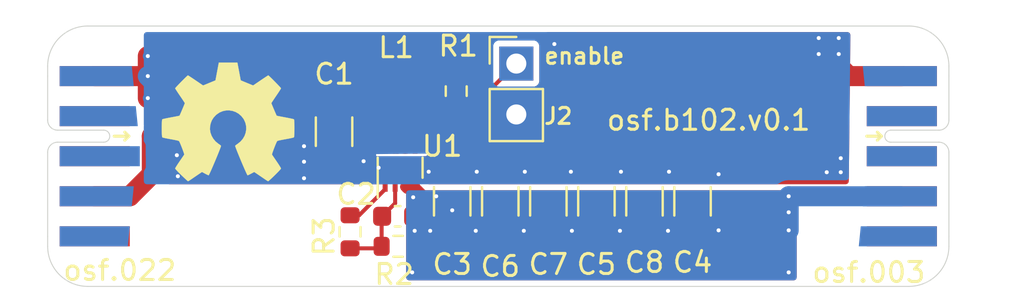
<source format=kicad_pcb>
(kicad_pcb (version 20211014) (generator pcbnew)
  (layers (0 "F.Cu" signal) (31 "B.Cu" signal) (34 "B.Paste" user) (35 "F.Paste" user) (36 "B.SilkS" user "B.Silkscreen") (37 "F.SilkS" user "F.Silkscreen") (38 "B.Mask" user) (39 "F.Mask" user) (44 "Edge.Cuts" user))
  (net 0 "")
  (net 1 "/step up/in")
  (net 2 "GND")
  (net 3 "/step up/3.3V")
  (net 16 "/step up/EN")
  (net 17 "/step up/SW")
  (net 18 "/step up/FB")
  (footprint "Capacitor_SMD:C_1206_3216Metric" (layer "F.Cu") (at 169.8 98.75 90)
    (fp_text reference "C8" (at -3.05 0 180) (layer "F.SilkS"))
    (fp_text value "22uF")
    (fp_line (start -0.711252 0.91) (end 0.711252 0.91) (layer "F.SilkS") (width 0.12))
    (fp_line (start -0.711252 -0.91) (end 0.711252 -0.91) (layer "F.SilkS") (width 0.12))
    (pad "1" smd roundrect (at -1.475 0 90) (size 1.15 1.8) (layers "F.Cu" "F.Paste" "F.Mask") (roundrect_rratio 0.217391) (net 3 "/step up/3.3V"))
    (pad "2" smd roundrect (at 1.475 0 90) (size 1.15 1.8) (layers "F.Cu" "F.Paste" "F.Mask") (roundrect_rratio 0.217391) (net 2 "GND"))
  )
  (footprint "b102:744383360047" (layer "F.Cu") (at 157.4 93.575)
    (fp_text reference "L1" (at 0 -2.5 unlocked) (layer "F.SilkS"))
    (fp_text value "470nH")
    (pad "1" smd roundrect (at -1.1 0) (size 1.3 3.4) (layers "F.Cu" "F.Paste" "F.Mask") (net 1 "/step up/in"))
    (pad "2" smd roundrect (at 1.1 0) (size 1.3 3.4) (layers "F.Cu" "F.Paste" "F.Mask") (net 17 "/step up/SW"))
  )
  (footprint "Capacitor_SMD:C_1206_3216Metric" (layer "F.Cu") (at 154.3 95.275 -90)
    (fp_text reference "C1" (at -2.875 0 180) (layer "F.SilkS"))
    (fp_text value "22uF")
    (fp_line (start -0.711252 0.91) (end 0.711252 0.91) (layer "F.SilkS") (width 0.12))
    (fp_line (start -0.711252 -0.91) (end 0.711252 -0.91) (layer "F.SilkS") (width 0.12))
    (pad "1" smd roundrect (at -1.475 0 270) (size 1.15 1.8) (layers "F.Cu" "F.Paste" "F.Mask") (roundrect_rratio 0.217391) (net 1 "/step up/in"))
    (pad "2" smd roundrect (at 1.475 0 270) (size 1.15 1.8) (layers "F.Cu" "F.Paste" "F.Mask") (roundrect_rratio 0.217391) (net 2 "GND"))
  )
  (footprint "Capacitor_SMD:C_1206_3216Metric" (layer "F.Cu") (at 167.4 98.75 90)
    (fp_text reference "C5" (at -3.15 0 180) (layer "F.SilkS"))
    (fp_text value "22uF")
    (fp_line (start -0.711252 0.91) (end 0.711252 0.91) (layer "F.SilkS") (width 0.12))
    (fp_line (start -0.711252 -0.91) (end 0.711252 -0.91) (layer "F.SilkS") (width 0.12))
    (pad "1" smd roundrect (at -1.475 0 90) (size 1.15 1.8) (layers "F.Cu" "F.Paste" "F.Mask") (roundrect_rratio 0.217391) (net 3 "/step up/3.3V"))
    (pad "2" smd roundrect (at 1.475 0 90) (size 1.15 1.8) (layers "F.Cu" "F.Paste" "F.Mask") (roundrect_rratio 0.217391) (net 2 "GND"))
  )
  (footprint "Symbol:OSHW-Symbol_6.7x6mm_SilkScreen" (layer "F.Cu") (at 149 94.8)
    (fp_text reference "LOGO1" hide)
    (fp_text value "Logo_Open_Hardware_Small" hide)
    (fp_poly (pts (xy 0.555814 -2.531069) (xy 0.639635 -2.086445) (xy 0.94892 -1.958947) (xy 1.258206 -1.831449) (xy 1.629246 -2.083754) (xy 1.733157 -2.154004) (xy 1.827087 -2.216728) (xy 1.906652 -2.269062) (xy 1.96747 -2.308143) (xy 2.005157 -2.331107) (xy 2.015421 -2.336058) (xy 2.03391 -2.323324) (xy 2.07342 -2.288118) (xy 2.129522 -2.234938) (xy 2.197787 -2.168282) (xy 2.273786 -2.092646) (xy 2.353092 -2.012528) (xy 2.431275 -1.932426) (xy 2.503907 -1.856836) (xy 2.566559 -1.790255) (xy 2.614803 -1.737182) (xy 2.64421 -1.702113) (xy 2.651241 -1.690377) (xy 2.641123 -1.66874) (xy 2.612759 -1.621338) (xy 2.569129 -1.552807) (xy 2.513218 -1.467785) (xy 2.448006 -1.370907) (xy 2.410219 -1.31565) (xy 2.341343 -1.214752) (xy 2.28014 -1.123701) (xy 2.229578 -1.04703) (xy 2.192628 -0.989272) (xy 2.172258 -0.954957) (xy 2.169197 -0.947746) (xy 2.176136 -0.927252) (xy 2.195051 -0.879487) (xy 2.223087 -0.811168) (xy 2.257391 -0.729011) (xy 2.295109 -0.63973) (xy 2.333387 -0.550042) (xy 2.36937 -0.466662) (xy 2.400206 -0.396306) (xy 2.423039 -0.34569) (xy 2.435017 -0.321529) (xy 2.435724 -0.320578) (xy 2.454531 -0.315964) (xy 2.504618 -0.305672) (xy 2.580793 -0.290713) (xy 2.677865 -0.272099) (xy 2.790643 -0.250841) (xy 2.856442 -0.238582) (xy 2.97695 -0.215638) (xy 3.085797 -0.193805) (xy 3.177476 -0.174278) (xy 3.246481 -0.158252) (xy 3.287304 -0.146921) (xy 3.295511 -0.143326) (xy 3.303548 -0.118994) (xy 3.310033 -0.064041) (xy 3.31497 0.015108) (xy 3.318364 0.112026) (xy 3.320218 0.220287) (xy 3.320538 0.333465) (xy 3.319327 0.445135) (xy 3.31659 0.548868) (xy 3.312331 0.638241) (xy 3.306555 0.706826) (xy 3.299267 0.748197) (xy 3.294895 0.75681) (xy 3.268764 0.767133) (xy 3.213393 0.781892) (xy 3.136107 0.799352) (xy 3.04423 0.81778) (xy 3.012158 0.823741) (xy 2.857524 0.852066) (xy 2.735375 0.874876) (xy 2.641673 0.89308) (xy 2.572384 0.907583) (xy 2.523471 0.919292) (xy 2.490897 0.929115) (xy 2.470628 0.937956) (xy 2.458626 0.946724) (xy 2.456947 0.948457) (xy 2.440184 0.976371) (xy 2.414614 1.030695) (xy 2.382788 1.104777) (xy 2.34726 1.191965) (xy 2.310583 1.285608) (xy 2.275311 1.379052) (xy 2.243996 1.465647) (xy 2.219193 1.53874) (xy 2.203454 1.591678) (xy 2.199332 1.617811) (xy 2.199676 1.618726) (xy 2.213641 1.640086) (xy 2.245322 1.687084) (xy 2.291391 1.754827) (xy 2.348518 1.838423) (xy 2.413373 1.932982) (xy 2.431843 1.959854) (xy 2.497699 2.057275) (xy 2.55565 2.146163) (xy 2.602538 2.221412) (xy 2.635207 2.27792) (xy 2.6505 2.310581) (xy 2.651241 2.314593) (xy 2.638392 2.335684) (xy 2.602888 2.377464) (xy 2.549293 2.435445) (xy 2.482171 2.505135) (xy 2.406087 2.582045) (xy 2.325604 2.661683) (xy 2.245287 2.739561) (xy 2.169699 2.811186) (xy 2.103405 2.87207) (xy 2.050969 2.917721) (xy 2.016955 2.94365) (xy 2.007545 2.947883) (xy 1.985643 2.937912) (xy 1.9408 2.91102) (xy 1.880321 2.871736) (xy 1.833789 2.840117) (xy 1.749475 2.782098) (xy 1.649626 2.713784) (xy 1.549473 2.645579) (xy 1.495627 2.609075) (xy 1.313371 2.4858) (xy 1.160381 2.56852) (xy 1.090682 2.604759) (xy 1.031414 2.632926) (xy 0.991311 2.648991) (xy 0.981103 2.651226) (xy 0.968829 2.634722) (xy 0.944613 2.588082) (xy 0.910263 2.515609) (xy 0.867588 2.421606) (xy 0.818394 2.310374) (xy 0.76449 2.186215) (xy 0.707684 2.053432) (xy 0.649782 1.916327) (xy 0.592593 1.779202) (xy 0.537924 1.646358) (xy 0.487584 1.522098) (xy 0.44338 1.410725) (xy 0.407119 1.316539) (xy 0.380609 1.243844) (xy 0.365658 1.196941) (xy 0.363254 1.180833) (xy 0.382311 1.160286) (xy 0.424036 1.126933) (xy 0.479706 1.087702) (xy 0.484378 1.084599) (xy 0.628264 0.969423) (xy 0.744283 0.835053) (xy 0.83143 0.685784) (xy 0.888699 0.525913) (xy 0.915086 0.359737) (xy 0.909585 0.191552) (xy 0.87119 0.025655) (xy 0.798895 -0.133658) (xy 0.777626 -0.168513) (xy 0.666996 -0.309263) (xy 0.536302 -0.422286) (xy 0.390064 -0.506997) (xy 0.232808 -0.562806) (xy 0.069057 -0.589126) (xy -0.096667 -0.58537) (xy -0.259838 -0.55095) (xy -0.415935 -0.485277) (xy -0.560433 -0.387765) (xy -0.605131 -0.348187) (xy -0.718888 -0.224297) (xy -0.801782 -0.093876) (xy -0.858644 0.052315) (xy -0.890313 0.197088) (xy -0.898131 0.35986) (xy -0.872062 0.52344) (xy -0.814755 0.682298) (xy -0.728856 0.830906) (xy -0.617014 0.963735) (xy -0.481877 1.075256) (xy -0.464117 1.087011) (xy -0.40785 1.125508) (xy -0.365077 1.158863) (xy -0.344628 1.18016) (xy -0.344331 1.180833) (xy -0.348721 1.203871) (xy -0.366124 1.256157) (xy -0.394732 1.33339) (xy -0.432735 1.431268) (xy -0.478326 1.545491) (xy -0.529697 1.671758) (xy -0.585038 1.805767) (xy -0.642542 1.943218) (xy -0.700399 2.079808) (xy -0.756802 2.211237) (xy -0.809942 2.333205) (xy -0.85801 2.441409) (xy -0.899199 2.531549) (xy -0.931699 2.599323) (xy -0.953703 2.64043) (xy -0.962564 2.651226) (xy -0.98964 2.642819) (xy -1.040303 2.620272) (xy -1.105817 2.587613) (xy -1.141841 2.56852) (xy -1.294832 2.4858) (xy -1.477088 2.609075) (xy -1.570125 2.672228) (xy -1.671985 2.741727) (xy -1.767438 2.807165) (xy -1.81525 2.840117) (xy -1.882495 2.885273) (xy -1.939436 2.921057) (xy -1.978646 2.942938) (xy -1.991381 2.947563) (xy -2.009917 2.935085) (xy -2.050941 2.900252) (xy -2.110475 2.846678) (xy -2.184542 2.777983) (xy -2.269165 2.697781) (xy -2.322685 2.646286) (xy -2.416319 2.554286) (xy -2.497241 2.471999) (xy -2.562177 2.402945) (xy -2.607858 2.350644) (xy -2.631011 2.318616) (xy -2.633232 2.312116) (xy -2.622924 2.287394) (xy -2.594439 2.237405) (xy -2.550937 2.167212) (xy -2.495577 2.081875) (xy -2.43152 1.986456) (xy -2.413303 1.959854) (xy -2.346927 1.863167) (xy -2.287378 1.776117) (xy -2.237984 1.703595) (xy -2.202075 1.650493) (xy -2.182981 1.621703) (xy -2.181136 1.618726) (xy -2.183895 1.595782) (xy -2.198538 1.545336) (xy -2.222513 1.474041) (xy -2.253266 1.388547) (xy -2.288244 1.295507) (xy -2.324893 1.201574) (xy -2.360661 1.113399) (xy -2.392994 1.037634) (xy -2.419338 0.980931) (xy -2.437142 0.949943) (xy -2.438407 0.948457) (xy -2.449294 0.939601) (xy -2.467682 0.930843) (xy -2.497606 0.921277) (xy -2.543103 0.909996) (xy -2.608209 0.896093) (xy -2.696961 0.878663) (xy -2.813393 0.856798) (xy -2.961542 0.829591) (xy -2.993618 0.823741) (xy -3.088686 0.805374) (xy -3.171565 0.787405) (xy -3.23493 0.771569) (xy -3.271458 0.7596) (xy -3.276356 0.75681) (xy -3.284427 0.732072) (xy -3.290987 0.67679) (xy -3.296033 0.597389) (xy -3.299559 0.500296) (xy -3.301561 0.391938) (xy -3.302036 0.27874) (xy -3.300977 0.167128) (xy -3.298382 0.063529) (xy -3.294246 -0.025632) (xy -3.288563 -0.093928) (xy -3.281331 -0.134934) (xy -3.276971 -0.143326) (xy -3.252698 -0.151792) (xy -3.197426 -0.165565) (xy -3.116662 -0.18345) (xy -3.015912 -0.204252) (xy -2.900683 -0.226777) (xy -2.837902 -0.238582) (xy -2.718787 -0.260849) (xy -2.612565 -0.281021) (xy -2.524427 -0.298085) (xy -2.459566 -0.311031) (xy -2.423174 -0.318845) (xy -2.417184 -0.320578) (xy -2.407061 -0.34011) (xy -2.385662 -0.387157) (xy -2.355839 -0.454997) (xy -2.320445 -0.536909) (xy -2.282332 -0.626172) (xy -2.244353 -0.716065) (xy -2.20936 -0.799865) (xy -2.180206 -0.870853) (xy -2.159743 -0.922306) (xy -2.150823 -0.947503) (xy -2.150657 -0.948604) (xy -2.160769 -0.968481) (xy -2.189117 -1.014223) (xy -2.232723 -1.081283) (xy -2.288606 -1.165116) (xy -2.353787 -1.261174) (xy -2.391679 -1.31635) (xy -2.460725 -1.417519) (xy -2.52205 -1.50937) (xy -2.572663 -1.587256) (xy -2.609571 -1.646531) (xy -2.629782 -1.682549) (xy -2.632701 -1.690623) (xy -2.620153 -1.709416) (xy -2.585463 -1.749543) (xy -2.533063 -1.806507) (xy -2.467384 -1.875815) (xy -2.392856 -1.952969) (xy -2.313913 -2.033475) (xy -2.234983 -2.112837) (xy -2.1605 -2.18656) (xy -2.094894 -2.250148) (xy -2.042596 -2.299106) (xy -2.008039 -2.328939) (xy -1.996478 -2.336058) (xy -1.977654 -2.326047) (xy -1.932631 -2.297922) (xy -1.865787 -2.254546) (xy -1.781499 -2.198782) (xy -1.684144 -2.133494) (xy -1.610707 -2.083754) (xy -1.239667 -1.831449) (xy -0.621095 -2.086445) (xy -0.537275 -2.531069) (xy -0.453454 -2.975693) (xy 0.471994 -2.975693) (xy 0.555814 -2.531069)) (layer "F.SilkS") (width 0.01) (fill solid))
  )
  (footprint "Capacitor_SMD:C_0603_1608Metric" (layer "F.Cu") (at 157.475 99.5 180)
    (fp_text reference "C2" (at 2.075 1.1) (layer "F.SilkS"))
    (fp_text value "10pF")
    (fp_line (start -0.14058 0.51) (end 0.14058 0.51) (layer "F.SilkS") (width 0.12))
    (fp_line (start -0.14058 -0.51) (end 0.14058 -0.51) (layer "F.SilkS") (width 0.12))
    (pad "1" smd roundrect (at -0.775 0 180) (size 0.9 0.95) (layers "F.Cu" "F.Paste" "F.Mask") (net 3 "/step up/3.3V"))
    (pad "2" smd roundrect (at 0.775 0 180) (size 0.9 0.95) (layers "F.Cu" "F.Paste" "F.Mask") (net 18 "/step up/FB"))
  )
  (footprint "Connector_PinHeader_2.54mm:PinHeader_1x02_P2.54mm_Vertical" (layer "F.Cu") (at 163.4 91.875)
    (fp_text reference "J2" (at 2.1 2.625) (layer "F.SilkS") (effects (font (size 0.8 0.8))))
    (fp_text value "Conn_01x02_Male")
    (fp_line (start -1.33 3.87) (end 1.33 3.87) (layer "F.SilkS") (width 0.12))
    (fp_line (start -1.33 1.27) (end 1.33 1.27) (layer "F.SilkS") (width 0.12))
    (fp_line (start -1.33 1.27) (end -1.33 3.87) (layer "F.SilkS") (width 0.12))
    (fp_line (start 1.33 1.27) (end 1.33 3.87) (layer "F.SilkS") (width 0.12))
    (fp_line (start -1.33 0) (end -1.33 -1.33) (layer "F.SilkS") (width 0.12))
    (fp_line (start -1.33 -1.33) (end 0 -1.33) (layer "F.SilkS") (width 0.12))
    (pad "1" thru_hole rect (at 0 0) (size 1.7 1.7) (drill 1) (layers *.Cu *.Mask) (net 16 "/step up/EN"))
    (pad "2" thru_hole oval (at 0 2.54) (size 1.7 1.7) (drill 1) (layers *.Cu *.Mask) (net 2 "GND"))
  )
  (footprint "Capacitor_SMD:C_1206_3216Metric" (layer "F.Cu") (at 172.2 98.75 90)
    (fp_text reference "C4" (at -3.05 0 180) (layer "F.SilkS"))
    (fp_text value "22uF")
    (fp_line (start -0.711252 -0.91) (end 0.711252 -0.91) (layer "F.SilkS") (width 0.12))
    (fp_line (start -0.711252 0.91) (end 0.711252 0.91) (layer "F.SilkS") (width 0.12))
    (pad "1" smd roundrect (at -1.475 0 90) (size 1.15 1.8) (layers "F.Cu" "F.Paste" "F.Mask") (roundrect_rratio 0.217391) (net 3 "/step up/3.3V"))
    (pad "2" smd roundrect (at 1.475 0 90) (size 1.15 1.8) (layers "F.Cu" "F.Paste" "F.Mask") (roundrect_rratio 0.217391) (net 2 "GND"))
  )
  (footprint "Capacitor_SMD:C_1206_3216Metric" (layer "F.Cu") (at 162.6 98.75 90)
    (fp_text reference "C6" (at -3.25 0) (layer "F.SilkS"))
    (fp_text value "22uF")
    (fp_line (start -0.711252 0.91) (end 0.711252 0.91) (layer "F.SilkS") (width 0.12))
    (fp_line (start -0.711252 -0.91) (end 0.711252 -0.91) (layer "F.SilkS") (width 0.12))
    (pad "1" smd roundrect (at -1.475 0 90) (size 1.15 1.8) (layers "F.Cu" "F.Paste" "F.Mask") (roundrect_rratio 0.217391) (net 3 "/step up/3.3V"))
    (pad "2" smd roundrect (at 1.475 0 90) (size 1.15 1.8) (layers "F.Cu" "F.Paste" "F.Mask") (roundrect_rratio 0.217391) (net 2 "GND"))
  )
  (footprint "Resistor_SMD:R_0603_1608Metric" (layer "F.Cu") (at 155.1 100.275 90)
    (fp_text reference "R3" (at -0.225 -1.3 90) (layer "F.SilkS"))
    (fp_text value "100k")
    (fp_line (start -0.237258 0.5225) (end 0.237258 0.5225) (layer "F.SilkS") (width 0.12))
    (fp_line (start -0.237258 -0.5225) (end 0.237258 -0.5225) (layer "F.SilkS") (width 0.12))
    (pad "1" smd roundrect (at -0.825 0 90) (size 0.8 0.95) (layers "F.Cu" "F.Paste" "F.Mask") (net 18 "/step up/FB"))
    (pad "2" smd roundrect (at 0.825 0 90) (size 0.8 0.95) (layers "F.Cu" "F.Paste" "F.Mask") (net 2 "GND"))
  )
  (footprint "Resistor_SMD:R_0603_1608Metric" (layer "F.Cu") (at 157.5 101 180)
    (fp_text reference "R2" (at 0.2 -1.4) (layer "F.SilkS"))
    (fp_text value "316k")
    (fp_line (start -0.237258 -0.5225) (end 0.237258 -0.5225) (layer "F.SilkS") (width 0.12))
    (fp_line (start -0.237258 0.5225) (end 0.237258 0.5225) (layer "F.SilkS") (width 0.12))
    (pad "1" smd roundrect (at -0.825 0 180) (size 0.8 0.95) (layers "F.Cu" "F.Paste" "F.Mask") (net 3 "/step up/3.3V"))
    (pad "2" smd roundrect (at 0.825 0 180) (size 0.8 0.95) (layers "F.Cu" "F.Paste" "F.Mask") (net 18 "/step up/FB"))
  )
  (footprint "Capacitor_SMD:C_1206_3216Metric" (layer "F.Cu") (at 160.2 98.75 90)
    (fp_text reference "C3" (at -3.15 0 180) (layer "F.SilkS"))
    (fp_text value "22uF")
    (fp_line (start -0.711252 0.91) (end 0.711252 0.91) (layer "F.SilkS") (width 0.12))
    (fp_line (start -0.711252 -0.91) (end 0.711252 -0.91) (layer "F.SilkS") (width 0.12))
    (pad "1" smd roundrect (at -1.475 0 90) (size 1.15 1.8) (layers "F.Cu" "F.Paste" "F.Mask") (roundrect_rratio 0.217391) (net 3 "/step up/3.3V"))
    (pad "2" smd roundrect (at 1.475 0 90) (size 1.15 1.8) (layers "F.Cu" "F.Paste" "F.Mask") (roundrect_rratio 0.217391) (net 2 "GND"))
  )
  (footprint "on_edge:on_edge_2x05_host" (layer "F.Cu") (at 185 96.5 -90)
    (fp_text reference "J3")
    (fp_text value "003_power")
    (fp_line (start -0.8 3.573) (end -1 3.373) (layer "F.SilkS") (width 0.153))
    (fp_line (start -1 4.1) (end -1 3.373) (layer "F.SilkS") (width 0.153))
    (fp_line (start -1 3.373) (end -1.2 3.573) (layer "F.SilkS") (width 0.153))
    (fp_line (start -1.3 0.5) (end -1.3 2.9) (layer "Edge.Cuts") (width 0.05))
    (fp_line (start -4 0) (end -1.8 0) (layer "Edge.Cuts") (width 0.05))
    (fp_line (start -0.2 0) (end 4 0) (layer "Edge.Cuts") (width 0.05))
    (fp_line (start -0.7 2.9) (end -0.7 0.5) (layer "Edge.Cuts") (width 0.05))
    (fp_arc (start -0.7 2.9) (mid -1 3.2) (end -1.3 2.9) (layer "Edge.Cuts") (width 0.05))
    (fp_arc (start -1.8 0) (mid -1.446447 0.146447) (end -1.3 0.5) (layer "Edge.Cuts") (width 0.05))
    (fp_arc (start -0.7 0.5) (mid -0.553553 0.146447) (end -0.2 0) (layer "Edge.Cuts") (width 0.05))
    (pad "1" smd rect (at -4 2.35 270) (size 1 3.5) (layers "F.Cu" "F.Mask") (net 2 "GND"))
    (pad "2" smd rect (at -2 2.35 270) (size 1 3.5) (layers "F.Cu" "F.Mask"))
    (pad "3" smd rect (at 0 2.35 270) (size 1 3.5) (layers "F.Cu" "F.Mask"))
    (pad "4" smd rect (at 2 2.35 270) (size 1 3.5) (layers "F.Cu" "F.Mask"))
    (pad "5" smd rect (at 4 2.35 270) (size 1 3.5) (layers "F.Cu" "F.Mask"))
    (pad "6" smd custom (at -4 2.4 90) (size 1 3.6) (layers "B.Cu" "B.Mask") (options (clearance outline) (anchor rect)) (primitives (gr_poly (pts (xy 0.5 -1.8) (xy -0.5 -1.8) (xy 0.5 -1.9)) (width 0) (fill yes))))
    (pad "7" smd rect (at -2 2.35 90) (size 1 3.5) (layers "B.Cu" "B.Mask"))
    (pad "8" smd rect (at 0 2.35 90) (size 1 3.5) (layers "B.Cu" "B.Mask"))
    (pad "9" smd custom (at 2 2.4 90) (size 1 3.6) (layers "B.Cu" "B.Mask") (net 3 "/step up/3.3V") (options (clearance outline) (anchor rect)) (primitives (gr_poly (pts (xy 0.5 -1.8) (xy -0.5 -1.8) (xy -0.5 -1.9)) (width 0) (fill yes))))
    (pad "10" smd custom (at 4 2.5 90) (size 1 3.8) (layers "B.Cu" "B.Mask") (options (clearance outline) (anchor rect)) (primitives (gr_poly (pts (xy 0.5 -1.9) (xy -0.5 -1.9) (xy -0.5 -2)) (width 0) (fill yes))))
    (zone (net 0) (net_name "") (layers F&B.Cu) (connect_pads (clearance 0)) (min_thickness 0.254)
      (keepout (tracks allowed) (vias not_allowed) (pads allowed) (copperpour not_allowed) (footprints not_allowed))
      (fill (thermal_gap 0.508) (thermal_bridge_width 0.508))
      (polygon (pts (xy 181 101.5) (xy 181 91.5) (xy 185 91.5) (xy 185 101.5)))
    )
  )
  (footprint "Resistor_SMD:R_0603_1608Metric" (layer "F.Cu") (at 160.4 93.25 -90)
    (fp_text reference "R1" (at -2.25 -0.1 180) (layer "F.SilkS"))
    (fp_text value "10k")
    (fp_line (start -0.237258 -0.5225) (end 0.237258 -0.5225) (layer "F.SilkS") (width 0.12))
    (fp_line (start -0.237258 0.5225) (end 0.237258 0.5225) (layer "F.SilkS") (width 0.12))
    (pad "1" smd roundrect (at -0.825 0 270) (size 0.8 0.95) (layers "F.Cu" "F.Paste" "F.Mask") (net 1 "/step up/in"))
    (pad "2" smd roundrect (at 0.825 0 270) (size 0.8 0.95) (layers "F.Cu" "F.Paste" "F.Mask") (net 16 "/step up/EN"))
  )
  (footprint "Capacitor_SMD:C_1206_3216Metric" (layer "F.Cu") (at 165 98.75 90)
    (fp_text reference "C7" (at -3.15 0 180) (layer "F.SilkS"))
    (fp_text value "22uF")
    (fp_line (start -0.711252 -0.91) (end 0.711252 -0.91) (layer "F.SilkS") (width 0.12))
    (fp_line (start -0.711252 0.91) (end 0.711252 0.91) (layer "F.SilkS") (width 0.12))
    (pad "1" smd roundrect (at -1.475 0 90) (size 1.15 1.8) (layers "F.Cu" "F.Paste" "F.Mask") (roundrect_rratio 0.217391) (net 3 "/step up/3.3V"))
    (pad "2" smd roundrect (at 1.475 0 90) (size 1.15 1.8) (layers "F.Cu" "F.Paste" "F.Mask") (roundrect_rratio 0.217391) (net 2 "GND"))
  )
  (footprint "Package_SON:WSON-8-1EP_2x2mm_P0.5mm_EP0.9x1.6mm" (layer "F.Cu") (at 157.6 97.075 90)
    (fp_text reference "U1" (at 1.075 2.1 180) (layer "F.SilkS"))
    (fp_text value "TLV61220")
    (fp_line (start -1.5 -1.12) (end 0.5 -1.12) (layer "F.SilkS") (width 0.12))
    (fp_line (start 0.5 1.12) (end -0.5 1.12) (layer "F.SilkS") (width 0.12))
    (pad "1" smd rect (at -0.95 -0.75 90) (size 0.5 0.25) (layers "F.Cu" "F.Paste" "F.Mask") (net 2 "GND"))
    (pad "2" smd rect (at -0.95 -0.25 90) (size 0.5 0.25) (layers "F.Cu" "F.Paste" "F.Mask") (net 18 "/step up/FB"))
    (pad "3" smd rect (at -0.95 0.25 90) (size 0.5 0.25) (layers "F.Cu" "F.Paste" "F.Mask") (net 3 "/step up/3.3V"))
    (pad "4" smd rect (at -0.95 0.75 90) (size 0.5 0.25) (layers "F.Cu" "F.Paste" "F.Mask") (net 3 "/step up/3.3V"))
    (pad "5" smd rect (at 0.95 0.75 90) (size 0.5 0.25) (layers "F.Cu" "F.Paste" "F.Mask") (net 16 "/step up/EN"))
    (pad "6" smd rect (at 0.95 0.25 90) (size 0.5 0.25) (layers "F.Cu" "F.Paste" "F.Mask") (net 17 "/step up/SW"))
    (pad "7" smd rect (at 0.95 -0.25 90) (size 0.5 0.25) (layers "F.Cu" "F.Paste" "F.Mask") (net 17 "/step up/SW"))
    (pad "8" smd rect (at 0.95 -0.75 90) (size 0.5 0.25) (layers "F.Cu" "F.Paste" "F.Mask") (net 1 "/step up/in"))
    (pad "9" smd rect (at 0 0 90) (size 0.9 1.6) (layers "F.Cu" "F.Mask") (net 2 "GND"))
  )
  (footprint "on_edge:on_edge_2x05_device" (layer "F.Cu") (at 140 96.5 -90)
    (fp_text reference "J1")
    (fp_text value "022_battery_cells")
    (fp_line (start -1 -4.05) (end -1 -3.323) (layer "F.SilkS") (width 0.153))
    (fp_line (start -1.2 -3.85) (end -1 -4.05) (layer "F.SilkS") (width 0.153))
    (fp_line (start -1 -4.05) (end -0.8 -3.85) (layer "F.SilkS") (width 0.153))
    (fp_line (start -0.7 -0.5) (end -0.7 -2.8) (layer "Edge.Cuts") (width 0.05))
    (fp_line (start -1.3 -2.8) (end -1.3 -0.5) (layer "Edge.Cuts") (width 0.05))
    (fp_line (start -4 0) (end -1.8 0) (layer "Edge.Cuts") (width 0.05))
    (fp_line (start -0.2 0) (end 4 0) (layer "Edge.Cuts") (width 0.05))
    (fp_arc (start -1.3 -2.8) (mid -1 -3.1) (end -0.7 -2.8) (layer "Edge.Cuts") (width 0.05))
    (fp_arc (start -1.3 -0.5) (mid -1.446447 -0.146447) (end -1.8 0) (layer "Edge.Cuts") (width 0.05))
    (fp_arc (start -0.2 0) (mid -0.553553 -0.146447) (end -0.7 -0.5) (layer "Edge.Cuts") (width 0.05))
    (pad "1" smd rect (at -4 -2.35 90) (size 1 3.5) (layers "F.Cu" "F.Mask") (net 2 "GND"))
    (pad "2" smd rect (at -2 -2.35 270) (size 1 3.5) (layers "F.Cu" "F.Mask"))
    (pad "3" smd rect (at 0 -2.35 270) (size 1 3.5) (layers "F.Cu" "F.Mask"))
    (pad "4" smd rect (at 2 -2.35 90) (size 1 3.5) (layers "F.Cu" "F.Mask") (net 1 "/step up/in"))
    (pad "5" smd rect (at 4 -2.35 90) (size 1 3.5) (layers "F.Cu" "F.Mask"))
    (pad "6" smd custom (at -4 -2.4 270) (size 1 3.6) (layers "B.Cu" "B.Mask") (options (clearance outline) (anchor rect)) (primitives (gr_poly (pts (xy 0.5 -1.8) (xy 0.5 -1.9) (xy -0.5 -1.8)) (width 0) (fill yes))))
    (pad "7" smd custom (at -2 -2.1 270) (size 1 3) (layers "B.Cu" "B.Mask") (options (clearance outline) (anchor rect)) (primitives (gr_poly (pts (xy 0.3 -0.51) (xy 0.31 -0.62) (xy 0.33 -0.7) (xy 0.35 -0.76) (xy 0.37 -0.81) (xy 0.4 -0.86) (xy 0.44 -0.92) (xy 0.48 -0.97) (xy 0.5 -0.99) (xy 0.5 -2.4) (xy -0.5 -2.3) (xy -0.5 1.5) (xy 0.3 1.5)) (width 0) (fill yes))))
    (pad "8" smd rect (at 0 -2.6 270) (size 1 4) (layers "B.Cu" "B.Mask"))
    (pad "9" smd custom (at 2 -2.4 270) (size 1 3.6) (layers "B.Cu" "B.Mask") (options (clearance outline) (anchor rect)) (primitives (gr_poly (pts (xy -0.5 -1.8) (xy -0.5 -1.9) (xy 0.5 -1.8)) (width 0) (fill yes))))
    (pad "10" smd custom (at 4 -2.3 270) (size 1 3.4) (layers "B.Cu" "B.Mask") (options (clearance outline) (anchor rect)) (primitives (gr_poly (pts (xy -0.5 -1.7) (xy -0.5 -1.8) (xy 0.5 -1.7)) (width 0) (fill yes))))
    (zone (net 0) (net_name "") (layers F&B.Cu) (connect_pads (clearance 0)) (min_thickness 0.254)
      (keepout (tracks allowed) (vias not_allowed) (pads allowed) (copperpour not_allowed) (footprints not_allowed))
      (fill (thermal_gap 0.508) (thermal_bridge_width 0.508))
      (polygon (pts (xy 140 101.5) (xy 140 91.5) (xy 144 91.5) (xy 144 101.5)))
    )
  )
  (gr_line (start 185 92.5) (end 185 92) (layer "Edge.Cuts") (width 0.05))
  (gr_line (start 142 90) (end 183 90) (layer "Edge.Cuts") (width 0.05))
  (gr_arc (start 185 101) (mid 184.414214 102.414214) (end 183 103) (layer "Edge.Cuts") (width 0.05))
  (gr_line (start 183 103) (end 142 103) (layer "Edge.Cuts") (width 0.05))
  (gr_arc (start 183 90) (mid 184.414214 90.585786) (end 185 92) (layer "Edge.Cuts") (width 0.05))
  (gr_arc (start 142 103) (mid 140.585786 102.414214) (end 140 101) (layer "Edge.Cuts") (width 0.05))
  (gr_arc (start 140 92) (mid 140.585786 90.585786) (end 142 90) (layer "Edge.Cuts") (width 0.05))
  (gr_line (start 185 101) (end 185 100.5) (layer "Edge.Cuts") (width 0.05))
  (gr_line (start 140 92.5) (end 140 92) (layer "Edge.Cuts") (width 0.05))
  (gr_line (start 140 101) (end 140 100.5) (layer "Edge.Cuts") (width 0.05))
  (gr_text "osf.003" (at 181 102.3) (layer "F.SilkS") (effects (font (size 1 1))))
  (gr_text "enable" (at 166.8 91.5) (layer "F.SilkS") (effects (font (size 0.8 0.8))))
  (gr_text "osf.b102.v0.1" (at 173 94.7) (layer "F.SilkS") (effects (font (size 1 1))))
  (gr_text "osf.022" (at 143.6 102.2) (layer "F.SilkS") (effects (font (size 1 1))))
  (segment (start 160.4 92.425) (end 160.4 91.975) (width 0.5) (layer "F.Cu") (net 1))
  (segment (start 160.4 91.975) (end 159.923 91.498) (width 0.5) (layer "F.Cu") (net 1))
  (segment (start 152.7 93.8) (end 154.3 93.8) (width 0.5) (layer "F.Cu") (net 1))
  (segment (start 155.5 93.8) (end 156.075 93.8) (width 0.5) (layer "F.Cu") (net 1))
  (segment (start 154.3 93.8) (end 155.5 93.8) (width 0.5) (layer "F.Cu") (net 1))
  (segment (start 156.3 93.575) (end 156.3 95) (width 0.5) (layer "F.Cu") (net 1))
  (segment (start 159.923 91.498) (end 156.877 91.498) (width 0.5) (layer "F.Cu") (net 1))
  (segment (start 156.3 95) (end 156.848 95.548) (width 0.5) (layer "F.Cu") (net 1))
  (segment (start 144.1 98.5) (end 145.2 97.4) (width 1) (layer "F.Cu") (net 1))
  (segment (start 146.9 93.8) (end 152.7 93.8) (width 1) (layer "F.Cu") (net 1))
  (segment (start 156.877 91.498) (end 156.3 92.075) (width 0.5) (layer "F.Cu") (net 1))
  (segment (start 156.848 95.548) (end 156.848 96.125) (width 0.5) (layer "F.Cu") (net 1))
  (segment (start 145.2 97.4) (end 145.2 95.5) (width 1) (layer "F.Cu") (net 1))
  (segment (start 145.2 95.5) (end 146.9 93.8) (width 1) (layer "F.Cu") (net 1))
  (segment (start 142.35 98.5) (end 144.1 98.5) (width 1) (layer "F.Cu") (net 1))
  (segment (start 156.3 92.075) (end 156.3 93.575) (width 0.5) (layer "F.Cu") (net 1))
  (segment (start 156.075 93.8) (end 156.3 93.575) (width 0.5) (layer "F.Cu") (net 1))
  (segment (start 156.85 97.6) (end 156.8 97.55) (width 0.2) (layer "F.Cu") (net 2))
  (segment (start 156.85 98.025) (end 156.85 97.6) (width 0.2) (layer "F.Cu") (net 2))
  (segment (start 155.55 99.45) (end 155.1 99.45) (width 0.2) (layer "F.Cu") (net 2))
  (segment (start 163.825 97.275) (end 162.6 97.275) (width 0.5) (layer "F.Cu") (net 2))
  (segment (start 156.1 97.075) (end 156.525 97.075) (width 0.5) (layer "F.Cu") (net 2))
  (segment (start 154.3 96.75) (end 155.775 96.75) (width 0.5) (layer "F.Cu") (net 2))
  (segment (start 162.6 97.275) (end 161.425 97.275) (width 0.5) (layer "F.Cu") (net 2))
  (segment (start 160.2 97.275) (end 159.025 97.275) (width 0.5) (layer "F.Cu") (net 2))
  (segment (start 168.625 97.275) (end 166.125 97.275) (width 0.5) (layer "F.Cu") (net 2))
  (segment (start 159.025 97.275) (end 157.8 97.275) (width 0.5) (layer "F.Cu") (net 2))
  (segment (start 182.65 92.5) (end 180 92.5) (width 1) (layer "F.Cu") (net 2))
  (segment (start 145 91.5) (end 145 93.6) (width 1) (layer "F.Cu") (net 2))
  (segment (start 157.8 97.275) (end 157.6 97.075) (width 0.5) (layer "F.Cu") (net 2))
  (segment (start 166.125 97.275) (end 163.825 97.275) (width 0.5) (layer "F.Cu") (net 2))
  (segment (start 163.4 96.475) (end 162.6 97.275) (width 0.5) (layer "F.Cu") (net 2))
  (segment (start 142.35 92.5) (end 145 92.5) (width 1) (layer "F.Cu") (net 2))
  (segment (start 156.85 98.025) (end 156.85 98.15) (width 0.2) (layer "F.Cu") (net 2))
  (segment (start 161.425 97.275) (end 160.2 97.275) (width 0.5) (layer "F.Cu") (net 2))
  (segment (start 172.2 97.275) (end 171.025 97.275) (width 0.5) (layer "F.Cu") (net 2))
  (segment (start 163.4 94.415) (end 163.4 96.475) (width 0.5) (layer "F.Cu") (net 2))
  (segment (start 152.8 96.775) (end 154.275 96.775) (width 0.5) (layer "F.Cu") (net 2))
  (segment (start 156.85 98.15) (end 155.55 99.45) (width 0.2) (layer "F.Cu") (net 2))
  (segment (start 180 92.5) (end 178.9 91.4) (width 1) (layer "F.Cu") (net 2))
  (segment (start 156.525 97.075) (end 157.6 97.075) (width 0.5) (layer "F.Cu") (net 2))
  (segment (start 154.275 96.775) (end 154.3 96.75) (width 0.5) (layer "F.Cu") (net 2))
  (segment (start 156.8 97.55) (end 157.275 97.075) (width 0.2) (layer "F.Cu") (net 2))
  (segment (start 155.775 96.75) (end 156.1 97.075) (width 0.5) (layer "F.Cu") (net 2))
  (segment (start 171.025 97.275) (end 168.625 97.275) (width 0.5) (layer "F.Cu") (net 2))
  (segment (start 157.275 97.075) (end 157.6 97.075) (width 0.2) (layer "F.Cu") (net 2))
  (via (at 152.8 96) (size 0.5) (drill 0.2) (layers "F.Cu" "B.Cu") (net 2))
  (via (at 173.5 97.4) (size 0.5) (drill 0.2) (layers "F.Cu" "B.Cu") (net 2))
  (via (at 165.3 90.9) (size 0.5) (drill 0.2) (layers "F.Cu" "B.Cu") (net 2))
  (via (at 179.5 91.4) (size 0.5) (drill 0.2) (layers "F.Cu" "B.Cu") (net 2))
  (via (at 171.025 97.275) (size 0.5) (drill 0.2) (layers "F.Cu" "B.Cu") (net 2))
  (via (at 168.625 97.275) (size 0.5) (drill 0.2) (layers "F.Cu" "B.Cu") (net 2))
  (via (at 179.5 90.6) (size 0.5) (drill 0.2) (layers "F.Cu" "B.Cu") (net 2))
  (via (at 178.5 90.6) (size 0.5) (drill 0.2) (layers "F.Cu" "B.Cu") (net 2))
  (via (at 146.45 96.45) (size 0.5) (drill 0.2) (layers "F.Cu" "B.Cu") (net 2))
  (via (at 145 92.5) (size 0.5) (drill 0.2) (layers "F.Cu" "B.Cu") (net 2))
  (via (at 145 91.5) (size 0.5) (drill 0.2) (layers "F.Cu" "B.Cu") (net 2))
  (via (at 161.425 97.275) (size 0.5) (drill 0.2) (layers "F.Cu" "B.Cu") (net 2))
  (via (at 178.5 91.4) (size 0.5) (drill 0.2) (layers "F.Cu" "B.Cu") (net 2))
  (via (at 146.5 97.5) (size 0.5) (drill 0.2) (layers "F.Cu" "B.Cu") (net 2))
  (via (at 178.9 97.3) (size 0.5) (drill 0.2) (layers "F.Cu" "B.Cu") (net 2))
  (via (at 163.825 97.275) (size 0.5) (drill 0.2) (layers "F.Cu" "B.Cu") (net 2))
  (via (at 179.6 96.6) (size 0.5) (drill 0.2) (layers "F.Cu" "B.Cu") (net 2))
  (via (at 156.525 97.075) (size 0.5) (drill 0.2) (layers "F.Cu" "B.Cu") (net 2))
  (via (at 166.125 97.275) (size 0.5) (drill 0.2) (layers "F.Cu" "B.Cu") (net 2))
  (via (at 152.8 97.6) (size 0.5) (drill 0.2) (layers "F.Cu" "B.Cu") (net 2))
  (via (at 155.775 96.75) (size 0.5) (drill 0.2) (layers "F.Cu" "B.Cu") (net 2))
  (via (at 145 93.6) (size 0.5) (drill 0.2) (layers "F.Cu" "B.Cu") (net 2))
  (via (at 152.8 96.775) (size 0.5) (drill 0.2) (layers "F.Cu" "B.Cu") (net 2))
  (via (at 159.025 97.275) (size 0.5) (drill 0.2) (layers "F.Cu" "B.Cu") (net 2))
  (via (at 179.6 97.3) (size 0.5) (drill 0.2) (layers "F.Cu" "B.Cu") (net 2))
  (segment (start 146.45 96.45) (end 146.7 96.7) (width 0.5) (layer "B.Cu") (net 2))
  (segment (start 146.7 96.7) (end 147.4 97.4) (width 0.5) (layer "B.Cu") (net 2))
  (segment (start 145 92.5) (end 146.45 93.95) (width 1) (layer "B.Cu") (net 2))
  (segment (start 146.45 93.95) (end 146.45 96.45) (width 1) (layer "B.Cu") (net 2))
  (segment (start 158.975 100.225) (end 158.325 100.225) (width 0.5) (layer "F.Cu") (net 3))
  (segment (start 158.325 101) (end 158.325 100.225) (width 0.5) (layer "F.Cu") (net 3))
  (segment (start 158.35 98.025) (end 158.35 98.05) (width 0.5) (layer "F.Cu") (net 3))
  (segment (start 160.2 99.2) (end 160.2 98.7) (width 0.5) (layer "F.Cu") (net 3))
  (segment (start 158.3 98.5) (end 158.25 98.55) (width 0.5) (layer "F.Cu") (net 3))
  (segment (start 157.852 98.027) (end 157.852 98.025) (width 0.5) (layer "F.Cu") (net 3))
  (segment (start 163.775 100.225) (end 161.375 100.225) (width 0.5) (layer "F.Cu") (net 3))
  (segment (start 158.325 100.225) (end 158.325 99.575) (width 0.5) (layer "F.Cu") (net 3))
  (segment (start 157.95 98.125) (end 157.852 98.027) (width 0.5) (layer "F.Cu") (net 3))
  (segment (start 170.975 100.225) (end 168.575 100.225) (width 0.5) (layer "F.Cu") (net 3))
  (segment (start 172.2 100.225) (end 170.975 100.225) (width 0.5) (layer "F.Cu") (net 3))
  (segment (start 160 98.5) (end 159.4 98.5) (width 0.5) (layer "F.Cu") (net 3))
  (segment (start 159.4 98.5) (end 158.8 98.5) (width 0.5) (layer "F.Cu") (net 3))
  (segment (start 158.25 99.5) (end 158.25 98.55) (width 0.5) (layer "F.Cu") (net 3))
  (segment (start 158.25 98.55) (end 158.25 98.125) (width 0.5) (layer "F.Cu") (net 3))
  (segment (start 166.175 100.225) (end 163.775 100.225) (width 0.5) (layer "F.Cu") (net 3))
  (segment (start 158.325 99.575) (end 158.25 99.5) (width 0.5) (layer "F.Cu") (net 3))
  (segment (start 168.575 100.225) (end 166.175 100.225) (width 0.5) (layer "F.Cu") (net 3))
  (segment (start 158.25 98.125) (end 157.95 98.125) (width 0.5) (layer "F.Cu") (net 3))
  (segment (start 158.25 98.125) (end 158.35 98.025) (width 0.5) (layer "F.Cu") (net 3))
  (segment (start 158.8 98.5) (end 158.3 98.5) (width 0.5) (layer "F.Cu") (net 3))
  (segment (start 161.375 100.225) (end 160.2 100.225) (width 0.5) (layer "F.Cu") (net 3))
  (segment (start 160.2 100.225) (end 160.2 99.2) (width 0.5) (layer "F.Cu") (net 3))
  (segment (start 160.2 100.225) (end 158.975 100.225) (width 0.5) (layer "F.Cu") (net 3))
  (segment (start 160.2 98.7) (end 160 98.5) (width 0.5) (layer "F.Cu") (net 3))
  (segment (start 158.35 98.05) (end 158.8 98.5) (width 0.5) (layer "F.Cu") (net 3))
  (via (at 173.5 100.2) (size 0.5) (drill 0.2) (layers "F.Cu" "B.Cu") (net 3))
  (via (at 159.4 98.5) (size 0.5) (drill 0.2) (layers "F.Cu" "B.Cu") (net 3))
  (via (at 166.175 100.225) (size 0.5) (drill 0.2) (layers "F.Cu" "B.Cu") (net 3))
  (via (at 159.1 100.225) (size 0.5) (drill 0.2) (layers "F.Cu" "B.Cu") (net 3))
  (via (at 170.975 100.225) (size 0.5) (drill 0.2) (layers "F.Cu" "B.Cu") (net 3))
  (via (at 168.575 100.225) (size 0.5) (drill 0.2) (layers "F.Cu" "B.Cu") (net 3))
  (via (at 163.775 100.225) (size 0.5) (drill 0.2) (layers "F.Cu" "B.Cu") (net 3))
  (via (at 158.25 98.55) (size 0.5) (drill 0.2) (layers "F.Cu" "B.Cu") (net 3))
  (via (at 158.2 102.3) (size 0.5) (drill 0.2) (layers "F.Cu" "B.Cu") (net 3))
  (via (at 160.2 99.2) (size 0.5) (drill 0.2) (layers "F.Cu" "B.Cu") (net 3))
  (via (at 177 99.3) (size 0.5) (drill 0.2) (layers "F.Cu" "B.Cu") (net 3))
  (via (at 161.375 100.225) (size 0.5) (drill 0.2) (layers "F.Cu" "B.Cu") (net 3))
  (via (at 177 98.5) (size 0.5) (drill 0.2) (layers "F.Cu" "B.Cu") (net 3))
  (via (at 177 102.3) (size 0.5) (drill 0.2) (layers "F.Cu" "B.Cu") (net 3))
  (via (at 158.325 100.225) (size 0.5) (drill 0.2) (layers "F.Cu" "B.Cu") (net 3))
  (via (at 177 100.2) (size 0.5) (drill 0.2) (layers "F.Cu" "B.Cu") (net 3))
  (segment (start 182.6 98.5) (end 177 98.5) (width 1) (layer "B.Cu") (net 3))
  (segment (start 177 99.3) (end 177 100.2) (width 0.5) (layer "B.Cu") (net 3))
  (segment (start 177 98.5) (end 177 100.2) (width 1) (layer "B.Cu") (net 3))
  (segment (start 177 99.3) (end 177 98.5) (width 0.5) (layer "B.Cu") (net 3))
  (segment (start 160.4 94.075) (end 161.2 94.075) (width 0.2) (layer "F.Cu") (net 16))
  (segment (start 158.35 96.125) (end 158.35 95.9) (width 0.2) (layer "F.Cu") (net 16))
  (segment (start 159.3 95.85) (end 160.4 94.75) (width 0.2) (layer "F.Cu") (net 16))
  (segment (start 160.4 94.75) (end 160.4 94.075) (width 0.2) (layer "F.Cu") (net 16))
  (segment (start 158.35 95.9) (end 158.4 95.85) (width 0.2) (layer "F.Cu") (net 16))
  (segment (start 158.4 95.85) (end 159.3 95.85) (width 0.2) (layer "F.Cu") (net 16))
  (segment (start 161.2 94.075) (end 163.4 91.875) (width 0.2) (layer "F.Cu") (net 16))
  (segment (start 157.475 94.6) (end 157.475 96.125) (width 0.5) (layer "F.Cu") (net 17))
  (segment (start 158.5 93.575) (end 157.848 94.227) (width 0.5) (layer "F.Cu") (net 17))
  (segment (start 157.848 94.227) (end 157.848 96.125) (width 0.5) (layer "F.Cu") (net 17))
  (segment (start 157.85 96.125) (end 157.85 94.225) (width 0.2) (layer "F.Cu") (net 17))
  (segment (start 158.5 93.575) (end 157.475 94.6) (width 0.5) (layer "F.Cu") (net 17))
  (segment (start 157.85 94.225) (end 158.5 93.575) (width 0.2) (layer "F.Cu") (net 17))
  (segment (start 157.35 98.025) (end 157.35 98.85) (width 0.2) (layer "F.Cu") (net 18))
  (segment (start 156.675 101) (end 156.675 99.525) (width 0.2) (layer "F.Cu") (net 18))
  (segment (start 156.675 99.525) (end 156.7 99.5) (width 0.2) (layer "F.Cu") (net 18))
  (segment (start 155.1 101.1) (end 156.575 101.1) (width 0.2) (layer "F.Cu") (net 18))
  (segment (start 157.35 98.85) (end 156.7 99.5) (width 0.2) (layer "F.Cu") (net 18))
  (segment (start 156.575 101.1) (end 156.675 101) (width 0.2) (layer "F.Cu") (net 18))
  (zone (net 2) (net_name "GND") (layers F&B.Cu) (connect_pads yes (clearance 0.3)) (min_thickness 0.3) (fill yes (thermal_gap 0.3) (thermal_bridge_width 0.508))
    (polygon (pts (xy 180 97.9) (xy 144.8 97.9) (xy 144.8 95.7) (xy 156.4 95.7) (xy 156.4 96.5) (xy 158.9 96.5) (xy 166.2 89) (xy 180.1 88.7)))
  )
  (zone (net 1) (net_name "/step up/in") (layer "F.Cu") (connect_pads yes (clearance 0.3)) (min_thickness 0.3) (fill yes (thermal_gap 0.3) (thermal_bridge_width 0.508))
    (polygon (pts (xy 156.9 95.3) (xy 146.4 95.3) (xy 146.4 91.2) (xy 156.9 91.2)))
  )
  (zone (net 3) (net_name "/step up/3.3V") (layers F&B.Cu) (connect_pads yes (clearance 0.3)) (min_thickness 0.3) (fill yes (thermal_gap 0.3) (thermal_bridge_width 0.508))
    (polygon (pts (xy 177.4 102.8) (xy 157.9 102.8) (xy 157.9 98.2) (xy 177.4 98.2)))
  )
  (zone (net 17) (net_name "/step up/SW") (layer "F.Cu") (connect_pads yes (clearance 0.3)) (min_thickness 0.3) (fill yes (thermal_gap 0.3) (thermal_bridge_width 0.508))
    (polygon (pts (xy 159.2 92.2) (xy 159.2 95.1) (xy 158.8 95.5) (xy 158.3 95.5) (xy 158.1 95.8) (xy 157.2 95.8) (xy 157.2 92.4) (xy 157.7 91.9) (xy 159 91.9)))
  )
  (zone (net 2) (net_name "GND") (layer "B.Cu") (connect_pads yes (clearance 0.3)) (min_thickness 0.3) (fill yes (thermal_gap 0.3) (thermal_bridge_width 0.508))
    (polygon (pts (xy 166.4 96.3) (xy 144.8 96.5) (xy 144.8 89.2) (xy 166.4 88.8)))
  )
)
</source>
